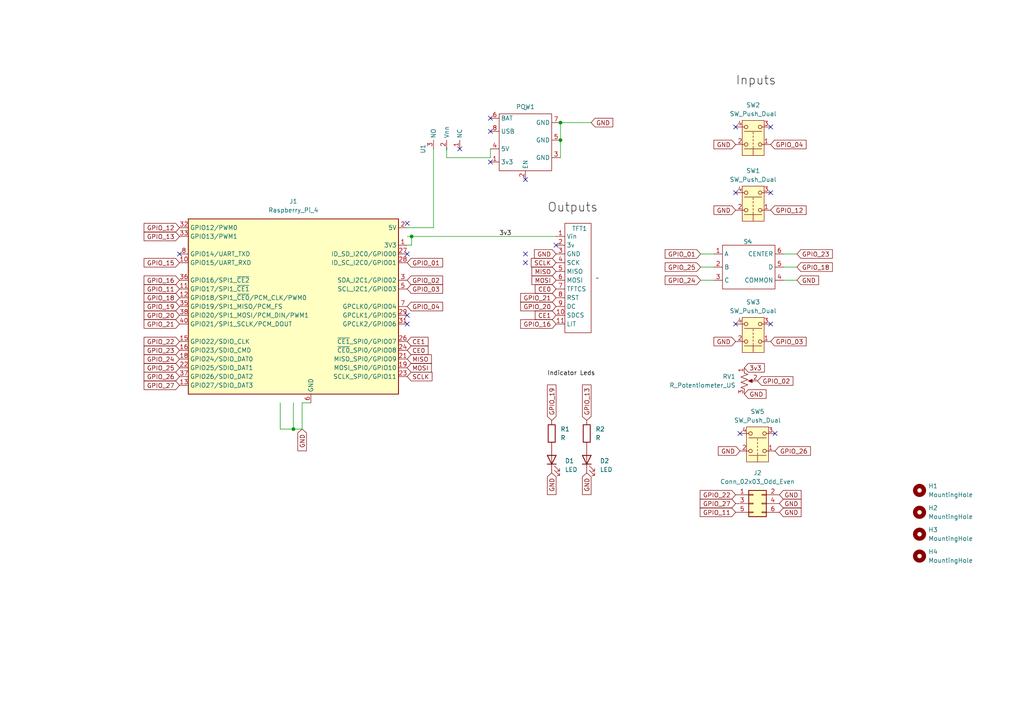
<source format=kicad_sch>
(kicad_sch (version 20250114) (generator "eeschema") (generator_version "9.0")
  (paper "A4")
  (lib_symbols
    (symbol "Connector:Raspberry_Pi_4"
      (property "Reference" "J1" (at 0 30.48 0))
      (property "Value" "Raspberry_Pi_4" (at 0 27.94 0))
      (symbol "Raspberry_Pi_4_0_1"
        (rectangle (start -30.48 25.4) (end 30.48 -25.4) (stroke (width 0.254)) (fill (type background)))
      )
      (symbol "Raspberry_Pi_4_1_1"
        (pin bidirectional line (at -33.02 22.86 0) (length 2.54) (name "GPIO12/PWM0") (number "32"))
        (pin bidirectional line (at -33.02 20.32 0) (length 2.54) (name "GPIO13/PWM1") (number "33"))
        (pin bidirectional line (at -33.02 15.24 0) (length 2.54) (name "GPIO14/UART_TXD") (number "8"))
        (pin bidirectional line (at -33.02 12.7 0) (length 2.54) (name "GPIO15/UART_RXD") (number "10"))
        (pin bidirectional line (at -33.02 7.62 0) (length 2.54) (name "GPIO16/SPI1_~{CE2}") (number "36"))
        (pin bidirectional line (at -33.02 5.08 0) (length 2.54) (name "GPIO17/SPI1_~{CE1}") (number "11"))
        (pin bidirectional line (at -33.02 2.54 0) (length 2.54) (name "GPIO18/SPI1_~{CE0}/PCM_CLK/PWM0") (number "12"))
        (pin bidirectional line (at -33.02 0 0) (length 2.54) (name "GPIO19/SPI1_MISO/PCM_FS") (number "35"))
        (pin bidirectional line (at -33.02 -2.54 0) (length 2.54) (name "GPIO20/SPI1_MOSI/PCM_DIN/PWM1") (number "38"))
        (pin bidirectional line (at -33.02 -5.08 0) (length 2.54) (name "GPIO21/SPI1_SCLK/PCM_DOUT") (number "40"))
        (pin bidirectional line (at -33.02 -10.16 0) (length 2.54) (name "GPIO22/SDIO_CLK") (number "15"))
        (pin bidirectional line (at -33.02 -12.7 0) (length 2.54) (name "GPIO23/SDIO_CMD") (number "16"))
        (pin bidirectional line (at -33.02 -15.24 0) (length 2.54) (name "GPIO24/SDIO_DAT0") (number "18"))
        (pin bidirectional line (at -33.02 -17.78 0) (length 2.54) (name "GPIO25/SDIO_DAT1") (number "22"))
        (pin bidirectional line (at -33.02 -20.32 0) (length 2.54) (name "GPIO26/SDIO_DAT2") (number "37"))
        (pin bidirectional line (at -33.02 -22.86 0) (length 2.54) (name "GPIO27/SDIO_DAT3") (number "13"))
        (pin passive line (at -3.81 -27.94 90) (length 2.54) (hide yes) (name "GND") (number "9"))
        (pin passive line (at 0 -27.94 90) (length 2.54) (hide yes) (name "GND") (number "25"))
        (pin passive line (at 5.08 -27.94 90) (length 2.54) (hide yes) (name "GND") (number "14"))
        (pin passive line (at 5.08 -27.94 90) (length 2.54) (hide yes) (name "GND") (number "20"))
        (pin passive line (at 5.08 -27.94 90) (length 2.54) (hide yes) (name "GND") (number "30"))
        (pin passive line (at 5.08 -27.94 90) (length 2.54) (hide yes) (name "GND") (number "34"))
        (pin passive line (at 5.08 -27.94 90) (length 2.54) (hide yes) (name "GND") (number "39"))
        (pin power_out line (at 5.08 -27.94 90) (length 2.54) (name "GND") (number "6"))
        (pin passive line (at 33.02 24.13 180) (length 2.54) (hide yes) (name "5V") (number "4"))
        (pin power_out line (at 33.02 22.86 180) (length 2.54) (name "5V") (number "2"))
        (pin passive line (at 33.02 20.32 180) (length 2.54) (hide yes) (name "3V3") (number "17"))
        (pin power_out line (at 33.02 17.78 180) (length 2.54) (name "3V3") (number "1"))
        (pin bidirectional line (at 33.02 15.24 180) (length 2.54) (name "ID_SD_I2C0/GPIO00") (number "27"))
        (pin bidirectional line (at 33.02 12.7 180) (length 2.54) (name "ID_SC_I2C0/GPIO01") (number "28"))
        (pin bidirectional line (at 33.02 7.62 180) (length 2.54) (name "SDA_I2C1/GPIO02") (number "3"))
        (pin bidirectional line (at 33.02 5.08 180) (length 2.54) (name "SCL_I2C1/GPIO03") (number "5"))
        (pin bidirectional line (at 33.02 0 180) (length 2.54) (name "GPCLK0/GPIO04") (number "7"))
        (pin bidirectional line (at 33.02 -2.54 180) (length 2.54) (name "GPCLK1/GPIO05") (number "29"))
        (pin bidirectional line (at 33.02 -5.08 180) (length 2.54) (name "GPCLK2/GPIO06") (number "31"))
        (pin bidirectional line (at 33.02 -10.16 180) (length 2.54) (name "~{CE1}_SPI0/GPIO07") (number "26"))
        (pin bidirectional line (at 33.02 -12.7 180) (length 2.54) (name "~{CE0}_SPI0/GPIO08") (number "24"))
        (pin bidirectional line (at 33.02 -15.24 180) (length 2.54) (name "MISO_SPI0/GPIO09") (number "21"))
        (pin bidirectional line (at 33.02 -17.78 180) (length 2.54) (name "MOSI_SPI0/GPIO10") (number "19"))
        (pin bidirectional line (at 33.02 -20.32 180) (length 2.54) (name "SCLK_SPI0/GPIO11") (number "23"))
      )
    )
    (symbol "Connector_Generic:Conn_02x03_Odd_Even" (pin_names (offset 1.016) (hide yes))
      (property "Reference" "J" (at 1.27 5.08 0))
      (property "Value" "Conn_02x03_Odd_Even" (at 1.27 -5.08 0))
      (symbol "Conn_02x03_Odd_Even_1_1"
        (rectangle (start -1.27 3.81) (end 3.81 -3.81) (stroke (width 0.254)) (fill (type background)))
        (rectangle (start -1.27 2.667) (end 0 2.413) (stroke (width 0.1524)))
        (rectangle (start -1.27 0.127) (end 0 -0.127) (stroke (width 0.1524)))
        (rectangle (start -1.27 -2.413) (end 0 -2.667) (stroke (width 0.1524)))
        (rectangle (start 3.81 2.667) (end 2.54 2.413) (stroke (width 0.1524)))
        (rectangle (start 3.81 0.127) (end 2.54 -0.127) (stroke (width 0.1524)))
        (rectangle (start 3.81 -2.413) (end 2.54 -2.667) (stroke (width 0.1524)))
        (pin passive line (at -5.08 2.54 0) (length 3.81) (name "Pin_1") (number "1"))
        (pin passive line (at -5.08 0 0) (length 3.81) (name "Pin_3") (number "3"))
        (pin passive line (at -5.08 -2.54 0) (length 3.81) (name "Pin_5") (number "5"))
        (pin passive line (at 7.62 2.54 180) (length 3.81) (name "Pin_2") (number "2"))
        (pin passive line (at 7.62 0 180) (length 3.81) (name "Pin_4") (number "4"))
        (pin passive line (at 7.62 -2.54 180) (length 3.81) (name "Pin_6") (number "6"))
      )
    )
    (symbol "Device:LED" (pin_numbers (hide yes)) (pin_names (offset 1.016) (hide yes))
      (property "Reference" "D" (at 0 2.54 0))
      (property "Value" "LED" (at 0 -2.54 0))
      (symbol "LED_0_1"
        (polyline (pts (xy -3.048 -0.762) (xy -4.572 -2.286) (xy -3.81 -2.286) (xy -4.572 -2.286) (xy -4.572 -1.524)))
        (polyline (pts (xy -1.778 -0.762) (xy -3.302 -2.286) (xy -2.54 -2.286) (xy -3.302 -2.286) (xy -3.302 -1.524)))
        (polyline (pts (xy -1.27 0) (xy 1.27 0)))
        (polyline (pts (xy -1.27 -1.27) (xy -1.27 1.27)) (stroke (width 0.254)))
        (polyline (pts (xy 1.27 -1.27) (xy 1.27 1.27) (xy -1.27 0) (xy 1.27 -1.27)) (stroke (width 0.254)))
      )
      (symbol "LED_1_1"
        (pin passive line (at -3.81 0 0) (length 2.54) (name "K") (number "1"))
        (pin passive line (at 3.81 0 180) (length 2.54) (name "A") (number "2"))
      )
    )
    (symbol "Device:R" (pin_numbers (hide yes)) (pin_names (offset 0))
      (property "Reference" "R" (at 2.032 0 90))
      (property "Value" "R" (at 0 0 90))
      (symbol "R_0_1"
        (rectangle (start -1.016 -2.54) (end 1.016 2.54) (stroke (width 0.254)))
      )
      (symbol "R_1_1"
        (pin passive line (at 0 3.81 270) (length 1.27) (name "~") (number "1"))
        (pin passive line (at 0 -3.81 90) (length 1.27) (name "~") (number "2"))
      )
    )
    (symbol "Device:R_Potentiometer_US" (pin_names (offset 1.016) (hide yes))
      (property "Reference" "RV" (at -4.445 0 90))
      (property "Value" "R_Potentiometer_US" (at -2.54 0 90))
      (symbol "R_Potentiometer_US_0_1"
        (polyline (pts (xy 0 2.54) (xy 0 2.286)))
        (polyline (pts (xy 0 2.286) (xy 1.016 1.905) (xy 0 1.524) (xy -1.016 1.143) (xy 0 0.762)))
        (polyline (pts (xy 0 0.762) (xy 1.016 0.381) (xy 0 0) (xy -1.016 -0.381) (xy 0 -0.762)))
        (polyline (pts (xy 0 -0.762) (xy 1.016 -1.143) (xy 0 -1.524) (xy -1.016 -1.905) (xy 0 -2.286)))
        (polyline (pts (xy 0 -2.286) (xy 0 -2.54)))
        (polyline (pts (xy 1.143 0) (xy 2.286 0.508) (xy 2.286 -0.508) (xy 1.143 0)) (fill (type outline)))
        (polyline (pts (xy 2.54 0) (xy 1.524 0)))
      )
      (symbol "R_Potentiometer_US_1_1"
        (pin passive line (at 0 3.81 270) (length 1.27) (name "1") (number "1"))
        (pin passive line (at 0 -3.81 90) (length 1.27) (name "3") (number "3"))
        (pin passive line (at 3.81 0 180) (length 1.27) (name "2") (number "2"))
      )
    )
    (symbol "Mechanical:MountingHole" (pin_names (offset 1.016)) (in_bom no)
      (property "Reference" "H" (at 0 5.08 0))
      (property "Value" "MountingHole" (at 0 3.175 0))
      (symbol "MountingHole_0_1"
        (circle (center 0 0) (radius 1.27) (stroke (width 1.27)))
      )
    )
    (symbol "Switch:SW_Push_Dual" (pin_names (offset 1.016) (hide yes))
      (property "Reference" "SW" (at 0 7.62 0))
      (property "Value" "SW_Push_Dual" (at 0 -6.35 0))
      (symbol "SW_Push_Dual_0_1"
        (circle (center -2.032 2.54) (radius 0.508))
        (circle (center -2.032 -2.54) (radius 0.508))
        (polyline (pts (xy 0 3.81) (xy 0 5.588)))
        (polyline (pts (xy 0 3.048) (xy 0 3.556)))
        (polyline (pts (xy 0 2.032) (xy 0 2.54)))
        (polyline (pts (xy 0 1.016) (xy 0 1.524)))
        (polyline (pts (xy 0 0.508) (xy 0 0)))
        (polyline (pts (xy 0 -0.508) (xy 0 -1.016)))
        (circle (center 2.032 2.54) (radius 0.508))
        (circle (center 2.032 -2.54) (radius 0.508))
        (polyline (pts (xy 2.54 3.81) (xy -2.54 3.81)))
        (polyline (pts (xy 2.54 -1.27) (xy -2.54 -1.27)))
        (pin passive line (at -5.08 2.54 0) (length 2.54) (name "1") (number "1"))
        (pin passive line (at -5.08 -2.54 0) (length 2.54) (name "3") (number "3"))
        (pin passive line (at 5.08 2.54 180) (length 2.54) (name "2") (number "2"))
        (pin passive line (at 5.08 -2.54 180) (length 2.54) (name "4") (number "4"))
      )
      (symbol "SW_Push_Dual_1_1"
        (rectangle (start -3.175 5.715) (end 3.175 -4.445) (fill (type background)))
      )
    )
    (symbol "camera_base:SEED_LIPO_RIDER_PLUS"
      (property "Reference" "POW1" (at 9.652 0 90))
      (property "Value" "~" (at 8.89 0 90))
      (symbol "SEED_LIPO_RIDER_PLUS_0_1"
        (rectangle (start -8.89 7.62) (end 7.62 -7.62))
      )
      (symbol "SEED_LIPO_RIDER_PLUS_1_1"
        (pin bidirectional line (at -11.43 0 0) (length 2.54) (name "EN") (number "2"))
        (pin power_out line (at -6.35 10.16 270) (length 2.54) (name "3v3") (number "1"))
        (pin power_in line (at -5.08 -10.16 90) (length 2.54) (name "GND") (number "3"))
        (pin power_in line (at -2.54 10.16 270) (length 2.54) (name "5V") (number "4"))
        (pin power_in line (at 0 -10.16 90) (length 2.54) (name "GND") (number "5"))
        (pin power_out line (at 2.54 10.16 270) (length 2.54) (name "USB") (number "8"))
        (pin power_in line (at 5.08 -10.16 90) (length 2.54) (name "GND") (number "7"))
        (pin power_out line (at 6.35 10.16 270) (length 2.54) (name "BAT") (number "6"))
      )
    )
    (symbol "camera_base:SKQUCAA010"
      (property "Reference" "U" (at 0 0 0))
      (symbol "SKQUCAA010_0_1"
        (polyline (pts (xy -6.35 6.35) (xy -6.35 -6.35) (xy 8.89 -6.35) (xy 8.89 6.35) (xy -6.35 6.35)))
      )
      (symbol "SKQUCAA010_1_1"
        (pin input line (at -8.89 3.81 0) (length 2.54) (name "A") (number "1"))
        (pin input line (at -8.89 0 0) (length 2.54) (name "B") (number "2"))
        (pin input line (at -8.89 -3.81 0) (length 2.54) (name "C") (number "3"))
        (pin input line (at 11.43 3.81 180) (length 2.54) (name "CENTER") (number "6"))
        (pin input line (at 11.43 0 180) (length 2.54) (name "D") (number "5"))
        (pin input line (at 11.43 -3.81 180) (length 2.54) (name "COMMON") (number "4"))
      )
    )
    (symbol "camera_base:SWITCH_1"
      (property "Reference" "U1" (at 0 6.858 0))
      (property "Value" "~" (at 0 0 0))
      (symbol "SWITCH_1_1_1"
        (pin power_in line (at 0 3.81 0) (length 2.54) (name "NO") (number "3"))
        (pin power_out line (at 0 0 0) (length 2.54) (name "Vnn") (number "2"))
        (pin power_in line (at 0 -3.81 0) (length 2.54) (name "NC") (number "1"))
      )
    )
    (symbol "tft_1"
      (property "Reference" "TFT" (at 2.032 -1.524 0))
      (property "Value" "~" (at 8.89 -15.875 0))
      (symbol "tft_1_0_1"
        (polyline (pts (xy 0 0) (xy 0 -31.75) (xy 7.62 -31.75) (xy 7.62 0) (xy 0 0)))
      )
      (symbol "tft_1_1_1"
        (pin input line (at -2.54 -3.81 0) (length 2.54) (name "Vin") (number "1"))
        (pin input line (at -2.54 -6.35 0) (length 2.54) (name "3v") (number "2"))
        (pin input line (at -2.54 -8.89 0) (length 2.54) (name "GND") (number "3"))
        (pin input line (at -2.54 -11.43 0) (length 2.54) (name "SCK") (number "4"))
        (pin input line (at -2.54 -13.97 0) (length 2.54) (name "MISO") (number "5"))
        (pin input line (at -2.54 -16.51 0) (length 2.54) (name "MOSI") (number "6"))
        (pin input line (at -2.54 -19.05 0) (length 2.54) (name "TFTCS") (number "7"))
        (pin input line (at -2.54 -21.59 0) (length 2.54) (name "RST") (number "8"))
        (pin input line (at -2.54 -24.13 0) (length 2.54) (name "DC") (number "9"))
        (pin input line (at -2.54 -26.67 0) (length 2.54) (name "SDCS") (number "10"))
        (pin input line (at -2.54 -29.21 0) (length 2.54) (name "LIT") (number "11"))
      )
    )
  )
  (junction (at 119.38 68.58))
  (junction (at 162.56 35.56))
  (junction (at 162.56 40.64))
  (junction (at 85.09 124.46))
  (no_connect (at 223.52 93.98))
  (no_connect (at 213.36 55.88))
  (no_connect (at 213.36 36.83))
  (no_connect (at 118.11 91.44))
  (no_connect (at 214.63 125.73))
  (no_connect (at 52.07 73.66))
  (no_connect (at 142.24 38.1))
  (no_connect (at 223.52 55.88))
  (no_connect (at 152.4 52.07))
  (no_connect (at 224.79 125.73))
  (no_connect (at 118.11 73.66))
  (no_connect (at 161.29 71.12))
  (no_connect (at 142.24 46.99))
  (no_connect (at 213.36 93.98))
  (no_connect (at 118.11 64.77))
  (no_connect (at 142.24 34.29))
  (no_connect (at 133.35 43.18))
  (no_connect (at 223.52 36.83))
  (no_connect (at 152.4 76.2))
  (no_connect (at 152.4 73.66))
  (no_connect (at 118.11 93.98))
  (wire (pts (xy 129.54 43.18) (xy 129.54 45.72)))
  (wire (pts (xy 125.73 43.18) (xy 125.73 66.04)))
  (wire (pts (xy 87.63 116.84) (xy 87.63 124.46)))
  (wire (pts (xy 85.09 116.84) (xy 85.09 124.46)))
  (wire (pts (xy 119.38 68.58) (xy 161.29 68.58)))
  (wire (pts (xy 87.63 116.84) (xy 90.17 116.84)))
  (wire (pts (xy 227.33 81.28) (xy 231.14 81.28)))
  (wire (pts (xy 129.54 45.72) (xy 142.24 45.72)))
  (wire (pts (xy 203.2 81.28) (xy 207.01 81.28)))
  (wire (pts (xy 118.11 66.04) (xy 125.73 66.04)))
  (wire (pts (xy 119.38 68.58) (xy 119.38 71.12)))
  (wire (pts (xy 203.2 73.66) (xy 207.01 73.66)))
  (wire (pts (xy 162.56 35.56) (xy 171.45 35.56)))
  (wire (pts (xy 227.33 77.47) (xy 231.14 77.47)))
  (wire (pts (xy 162.56 45.72) (xy 162.56 40.64)))
  (wire (pts (xy 118.11 68.58) (xy 119.38 68.58)))
  (wire (pts (xy 227.33 73.66) (xy 231.14 73.66)))
  (wire (pts (xy 142.24 45.72) (xy 142.24 43.18)))
  (wire (pts (xy 81.28 116.84) (xy 81.28 124.46)))
  (wire (pts (xy 85.09 124.46) (xy 87.63 124.46)))
  (wire (pts (xy 162.56 35.56) (xy 162.56 40.64)))
  (wire (pts (xy 81.28 124.46) (xy 85.09 124.46)))
  (wire (pts (xy 203.2 77.47) (xy 207.01 77.47)))
  (wire (pts (xy 118.11 71.12) (xy 119.38 71.12)))
  (label "Outputs" (at 158.75 62.23 0) (effects (font (size 2.54 2.54))))
  (label "Indicator Leds" (at 158.75 109.22 0))
  (label "3v3" (at 144.78 68.58 0))
  (label "Inputs" (at 213.36 25.4 0) (effects (font (size 2.54 2.54))))
  (global_label "GND" (shape input) (at 215.9 114.3 0) (property "Intersheetrefs" "${INTERSHEET_REFS}" (effects (hide yes))))
  (global_label "GPIO_11" (shape input) (at 52.07 83.82 180) (property "Intersheetrefs" "${INTERSHEET_REFS}" (effects (hide yes))))
  (global_label "GPIO_27" (shape input) (at 213.36 146.05 180) (property "Intersheetrefs" "${INTERSHEET_REFS}" (effects (hide yes))))
  (global_label "GND" (shape input) (at 226.06 146.05 0) (property "Intersheetrefs" "${INTERSHEET_REFS}" (effects (hide yes))))
  (global_label "GPIO_03" (shape input) (at 118.11 83.82 0) (property "Intersheetrefs" "${INTERSHEET_REFS}" (effects (hide yes))))
  (global_label "GPIO_12" (shape input) (at 52.07 66.04 180) (property "Intersheetrefs" "${INTERSHEET_REFS}" (effects (hide yes))))
  (global_label "MISO" (shape input) (at 118.11 104.14 0) (property "Intersheetrefs" "${INTERSHEET_REFS}" (effects (hide yes))))
  (global_label "GPIO_13" (shape input) (at 52.07 68.58 180) (property "Intersheetrefs" "${INTERSHEET_REFS}" (effects (hide yes))))
  (global_label "MOSI" (shape input) (at 161.29 81.28 180) (property "Intersheetrefs" "${INTERSHEET_REFS}" (effects (hide yes))))
  (global_label "GPIO_18" (shape input) (at 52.07 86.36 180) (property "Intersheetrefs" "${INTERSHEET_REFS}" (effects (hide yes))))
  (global_label "GPIO_04" (shape input) (at 118.11 88.9 0) (property "Intersheetrefs" "${INTERSHEET_REFS}" (effects (hide yes))))
  (global_label "GPIO_24" (shape input) (at 52.07 104.14 180) (property "Intersheetrefs" "${INTERSHEET_REFS}" (effects (hide yes))))
  (global_label "GPIO_19" (shape input) (at 160.02 121.92 90) (property "Intersheetrefs" "${INTERSHEET_REFS}" (effects (hide yes))))
  (global_label "GND" (shape input) (at 171.45 35.56 0) (property "Intersheetrefs" "${INTERSHEET_REFS}" (effects (hide yes))))
  (global_label "GND" (shape input) (at 214.63 130.81 180) (property "Intersheetrefs" "${INTERSHEET_REFS}" (effects (hide yes))))
  (global_label "GPIO_22" (shape input) (at 52.07 99.06 180) (property "Intersheetrefs" "${INTERSHEET_REFS}" (effects (hide yes))))
  (global_label "GPIO_15" (shape input) (at 52.07 76.2 180) (property "Intersheetrefs" "${INTERSHEET_REFS}" (effects (hide yes))))
  (global_label "GND" (shape input) (at 213.36 41.91 180) (property "Intersheetrefs" "${INTERSHEET_REFS}" (effects (hide yes))))
  (global_label "GPIO_11" (shape input) (at 213.36 148.59 180) (property "Intersheetrefs" "${INTERSHEET_REFS}" (effects (hide yes))))
  (global_label "GPIO_13" (shape input) (at 170.18 121.92 90) (property "Intersheetrefs" "${INTERSHEET_REFS}" (effects (hide yes))))
  (global_label "GPIO_12" (shape input) (at 223.52 60.96 0) (property "Intersheetrefs" "${INTERSHEET_REFS}" (effects (hide yes))))
  (global_label "MISO" (shape input) (at 161.29 78.74 180) (property "Intersheetrefs" "${INTERSHEET_REFS}" (effects (hide yes))))
  (global_label "GPIO_23" (shape input) (at 52.07 101.6 180) (property "Intersheetrefs" "${INTERSHEET_REFS}" (effects (hide yes))))
  (global_label "GPIO_27" (shape input) (at 52.07 111.76 180) (property "Intersheetrefs" "${INTERSHEET_REFS}" (effects (hide yes))))
  (global_label "GPIO_02" (shape input) (at 118.11 81.28 0) (property "Intersheetrefs" "${INTERSHEET_REFS}" (effects (hide yes))))
  (global_label "GPIO_20" (shape input) (at 52.07 91.44 180) (property "Intersheetrefs" "${INTERSHEET_REFS}" (effects (hide yes))))
  (global_label "GND" (shape input) (at 226.06 148.59 0) (property "Intersheetrefs" "${INTERSHEET_REFS}" (effects (hide yes))))
  (global_label "GPIO_01" (shape input) (at 203.2 73.66 180) (property "Intersheetrefs" "${INTERSHEET_REFS}" (effects (hide yes))))
  (global_label "GPIO_26" (shape input) (at 52.07 109.22 180) (property "Intersheetrefs" "${INTERSHEET_REFS}" (effects (hide yes))))
  (global_label "CE0" (shape input) (at 161.29 83.82 180) (property "Intersheetrefs" "${INTERSHEET_REFS}" (effects (hide yes))))
  (global_label "GPIO_23" (shape input) (at 231.14 73.66 0) (property "Intersheetrefs" "${INTERSHEET_REFS}" (effects (hide yes))))
  (global_label "GPIO_22" (shape input) (at 213.36 143.51 180) (property "Intersheetrefs" "${INTERSHEET_REFS}" (effects (hide yes))))
  (global_label "GPIO_25" (shape input) (at 203.2 77.47 180) (property "Intersheetrefs" "${INTERSHEET_REFS}" (effects (hide yes))))
  (global_label "GPIO_20" (shape input) (at 161.29 88.9 180) (property "Intersheetrefs" "${INTERSHEET_REFS}" (effects (hide yes))))
  (global_label "GPIO_24" (shape input) (at 203.2 81.28 180) (property "Intersheetrefs" "${INTERSHEET_REFS}" (effects (hide yes))))
  (global_label "GND" (shape input) (at 87.63 124.46 270) (property "Intersheetrefs" "${INTERSHEET_REFS}" (effects (hide yes))))
  (global_label "GPIO_02" (shape input) (at 219.71 110.49 0) (property "Intersheetrefs" "${INTERSHEET_REFS}" (effects (hide yes))))
  (global_label "GPIO_25" (shape input) (at 52.07 106.68 180) (property "Intersheetrefs" "${INTERSHEET_REFS}" (effects (hide yes))))
  (global_label "CE1" (shape input) (at 118.11 99.06 0) (property "Intersheetrefs" "${INTERSHEET_REFS}" (effects (hide yes))))
  (global_label "GPIO_21" (shape input) (at 161.29 86.36 180) (property "Intersheetrefs" "${INTERSHEET_REFS}" (effects (hide yes))))
  (global_label "GND" (shape input) (at 170.18 137.16 270) (property "Intersheetrefs" "${INTERSHEET_REFS}" (effects (hide yes))))
  (global_label "GPIO_16" (shape input) (at 161.29 93.98 180) (property "Intersheetrefs" "${INTERSHEET_REFS}" (effects (hide yes))))
  (global_label "GPIO_19" (shape input) (at 52.07 88.9 180) (property "Intersheetrefs" "${INTERSHEET_REFS}" (effects (hide yes))))
  (global_label "3v3" (shape input) (at 215.9 106.68 0) (property "Intersheetrefs" "${INTERSHEET_REFS}" (effects (hide yes))))
  (global_label "MOSI" (shape input) (at 118.11 106.68 0) (property "Intersheetrefs" "${INTERSHEET_REFS}" (effects (hide yes))))
  (global_label "GND" (shape input) (at 231.14 81.28 0) (property "Intersheetrefs" "${INTERSHEET_REFS}" (effects (hide yes))))
  (global_label "GPIO_16" (shape input) (at 52.07 81.28 180) (property "Intersheetrefs" "${INTERSHEET_REFS}" (effects (hide yes))))
  (global_label "GND" (shape input) (at 213.36 99.06 180) (property "Intersheetrefs" "${INTERSHEET_REFS}" (effects (hide yes))))
  (global_label "GPIO_21" (shape input) (at 52.07 93.98 180) (property "Intersheetrefs" "${INTERSHEET_REFS}" (effects (hide yes))))
  (global_label "CE0" (shape input) (at 118.11 101.6 0) (property "Intersheetrefs" "${INTERSHEET_REFS}" (effects (hide yes))))
  (global_label "GPIO_01" (shape input) (at 118.11 76.2 0) (property "Intersheetrefs" "${INTERSHEET_REFS}" (effects (hide yes))))
  (global_label "SCLK" (shape input) (at 161.29 76.2 180) (property "Intersheetrefs" "${INTERSHEET_REFS}" (effects (hide yes))))
  (global_label "GND" (shape input) (at 160.02 137.16 270) (property "Intersheetrefs" "${INTERSHEET_REFS}" (effects (hide yes))))
  (global_label "GPIO_18" (shape input) (at 231.14 77.47 0) (property "Intersheetrefs" "${INTERSHEET_REFS}" (effects (hide yes))))
  (global_label "GND" (shape input) (at 213.36 60.96 180) (property "Intersheetrefs" "${INTERSHEET_REFS}" (effects (hide yes))))
  (global_label "GPIO_26" (shape input) (at 224.79 130.81 0) (property "Intersheetrefs" "${INTERSHEET_REFS}" (effects (hide yes))))
  (global_label "GND" (shape input) (at 161.29 73.66 180) (property "Intersheetrefs" "${INTERSHEET_REFS}" (effects (hide yes))))
  (global_label "CE1" (shape input) (at 161.29 91.44 180) (property "Intersheetrefs" "${INTERSHEET_REFS}" (effects (hide yes))))
  (global_label "GPIO_03" (shape input) (at 223.52 99.06 0) (property "Intersheetrefs" "${INTERSHEET_REFS}" (effects (hide yes))))
  (global_label "SCLK" (shape input) (at 118.11 109.22 0) (property "Intersheetrefs" "${INTERSHEET_REFS}" (effects (hide yes))))
  (global_label "GPIO_04" (shape input) (at 223.52 41.91 0) (property "Intersheetrefs" "${INTERSHEET_REFS}" (effects (hide yes))))
  (global_label "GND" (shape input) (at 226.06 143.51 0) (property "Intersheetrefs" "${INTERSHEET_REFS}" (effects (hide yes))))
  (symbol (lib_id "Device:LED") (at 160.02 133.35 90) (unit 1)
    (property "Reference" "D1" (at 163.83 133.6674 90) (effects (justify right)))
    (property "Value" "LED" (at 163.83 136.2074 90) (effects (justify right)))
    (property "Footprint" "LED_THT:LED_D3.0mm" (effects (hide yes)))
    (property "Description" "Light emitting diode" (effects (hide yes)))
    (property "Sim.Pins" "1=K 2=A" (effects (hide yes)))
  )
  (symbol (lib_id "Device:R") (at 160.02 125.73 0) (unit 1)
    (property "Reference" "R1" (at 162.56 124.4599 0) (effects (justify left)))
    (property "Value" "R" (at 162.56 126.9999 0) (effects (justify left)))
    (property "Footprint" "Resistor_THT:R_Axial_DIN0204_L3.6mm_D1.6mm_P5.08mm_Vertical" (effects (hide yes)))
    (property "Description" "Resistor" (effects (hide yes)))
  )
  (symbol (lib_id "Switch:SW_Push_Dual") (at 219.71 128.27 180) (unit 1)
    (property "Reference" "SW5" (at 219.71 119.38 0))
    (property "Value" "SW_Push_Dual" (at 219.71 121.92 0))
    (property "Footprint" "camera_base:PUSH_BUTTON_12mm" (effects (hide yes)))
    (property "Description" "Push button switch, generic, symbol, four pins" (effects (hide yes)))
  )
  (symbol (lib_id "camera_base:SKQUCAA010") (at 215.9 77.47 0) (unit 1)
    (property "Reference" "S4" (at 216.916 70.104 0))
    (property "Value" "~" (at 217.17 69.85 0))
    (property "Footprint" "camera_base:5D_Button" (effects (hide yes)))
  )
  (symbol (lib_id "Mechanical:MountingHole") (at 266.7 154.94 0) (unit 1) (in_bom no)
    (property "Reference" "H3" (at 269.24 153.6699 0) (effects (justify left)))
    (property "Value" "MountingHole" (at 269.24 156.2099 0) (effects (justify left)))
    (property "Footprint" "MountingHole:MountingHole_2.7mm_M2.5" (effects (hide yes)))
    (property "Description" "Mounting Hole without connection" (effects (hide yes)))
  )
  (symbol (lib_id "camera_base:SEED_LIPO_RIDER_PLUS") (at 152.4 40.64 90) (unit 1)
    (property "Reference" "POW1" (at 152.4 30.988 90))
    (property "Value" "~" (at 152.4 31.75 90))
    (property "Footprint" "camera_base:SEED Studio LIPO Rider Plus" (effects (hide yes)))
  )
  (symbol (lib_name "tft_1") (lib_id "camera_base:tft") (at 163.83 64.77 0) (unit 1)
    (property "Reference" "TFT1" (at 165.862 66.294 0) (effects (justify left)))
    (property "Value" "~" (at 172.72 80.645 0) (effects (justify left)))
    (property "Footprint" "camera_base:TFT 1.14" (effects (hide yes)))
  )
  (symbol (lib_id "Device:R") (at 170.18 125.73 0) (unit 1)
    (property "Reference" "R2" (at 172.72 124.4599 0) (effects (justify left)))
    (property "Value" "R" (at 172.72 126.9999 0) (effects (justify left)))
    (property "Footprint" "Resistor_THT:R_Axial_DIN0204_L3.6mm_D1.6mm_P5.08mm_Vertical" (effects (hide yes)))
    (property "Description" "Resistor" (effects (hide yes)))
  )
  (symbol (lib_id "Switch:SW_Push_Dual") (at 218.44 96.52 180) (unit 1)
    (property "Reference" "SW3" (at 218.44 87.63 0))
    (property "Value" "SW_Push_Dual" (at 218.44 90.17 0))
    (property "Footprint" "camera_base:PUSH_BUTTON_12mm" (effects (hide yes)))
    (property "Description" "Push button switch, generic, symbol, four pins" (effects (hide yes)))
  )
  (symbol (lib_id "Device:LED") (at 170.18 133.35 90) (unit 1)
    (property "Reference" "D2" (at 173.99 133.6674 90) (effects (justify right)))
    (property "Value" "LED" (at 173.99 136.2074 90) (effects (justify right)))
    (property "Footprint" "LED_THT:LED_D3.0mm" (effects (hide yes)))
    (property "Description" "Light emitting diode" (effects (hide yes)))
    (property "Sim.Pins" "1=K 2=A" (effects (hide yes)))
  )
  (symbol (lib_id "Device:R_Potentiometer_US") (at 215.9 110.49 0) (unit 1)
    (property "Reference" "RV1" (at 213.36 109.2199 0) (effects (justify right)))
    (property "Value" "R_Potentiometer_US" (at 213.36 111.7599 0) (effects (justify right)))
    (property "Footprint" "Potentiometer_THT:Potentiometer_Alps_RK163_Single_Horizontal" (effects (hide yes)))
    (property "Description" "Potentiometer, US symbol" (effects (hide yes)))
  )
  (symbol (lib_id "Mechanical:MountingHole") (at 266.7 142.24 0) (unit 1) (in_bom no)
    (property "Reference" "H1" (at 269.24 140.9699 0) (effects (justify left)))
    (property "Value" "MountingHole" (at 269.24 143.5099 0) (effects (justify left)))
    (property "Footprint" "MountingHole:MountingHole_2.7mm_M2.5" (effects (hide yes)))
    (property "Description" "Mounting Hole without connection" (effects (hide yes)))
  )
  (symbol (lib_id "Mechanical:MountingHole") (at 266.7 161.29 0) (unit 1) (in_bom no)
    (property "Reference" "H4" (at 269.24 160.0199 0) (effects (justify left)))
    (property "Value" "MountingHole" (at 269.24 162.5599 0) (effects (justify left)))
    (property "Footprint" "MountingHole:MountingHole_2.7mm_M2.5" (effects (hide yes)))
    (property "Description" "Mounting Hole without connection" (effects (hide yes)))
  )
  (symbol (lib_id "Switch:SW_Push_Dual") (at 218.44 39.37 180) (unit 1)
    (property "Reference" "SW2" (at 218.44 30.48 0))
    (property "Value" "SW_Push_Dual" (at 218.44 33.02 0))
    (property "Footprint" "camera_base:PUSH_BUTTON_12mm" (effects (hide yes)))
    (property "Description" "Push button switch, generic, symbol, four pins" (effects (hide yes)))
  )
  (symbol (lib_id "Connector:Raspberry_Pi_4") (at 85.09 88.9 0) (unit 1)
    (property "Reference" "J1" (at 85.09 58.42 0))
    (property "Value" "Raspberry_Pi_4" (at 85.09 60.96 0))
    (property "Footprint" "RASPBERRY_PI_ZERO_2_W:MODULE_RASPBERRY_PI_ZERO_2_W" (effects (hide yes)))
    (property "Datasheet" "https://datasheets.raspberrypi.com/rpi4/raspberry-pi-4-datasheet.pdf" (effects (hide yes)))
    (property "Description" "Raspberry Pi 4 Model B" (effects (hide yes)))
  )
  (symbol (lib_id "Mechanical:MountingHole") (at 266.7 148.59 0) (unit 1) (in_bom no)
    (property "Reference" "H2" (at 269.24 147.3199 0) (effects (justify left)))
    (property "Value" "MountingHole" (at 269.24 149.8599 0) (effects (justify left)))
    (property "Footprint" "MountingHole:MountingHole_2.7mm_M2.5" (effects (hide yes)))
    (property "Description" "Mounting Hole without connection" (effects (hide yes)))
  )
  (symbol (lib_id "camera_base:SWITCH_1") (at 129.54 43.18 90) (unit 1)
    (property "Reference" "U1" (at 122.682 43.18 0))
    (property "Value" "~" (at 129.54 43.18 0))
    (property "Footprint" "camera_base:switch" (effects (hide yes)))
  )
  (symbol (lib_id "Connector_Generic:Conn_02x03_Odd_Even") (at 218.44 146.05 0) (unit 1)
    (property "Reference" "J2" (at 219.71 137.16 0))
    (property "Value" "Conn_02x03_Odd_Even" (at 219.71 139.7 0))
    (property "Footprint" "Connector_PinHeader_2.54mm:PinHeader_2x03_P2.54mm_Vertical" (effects (hide yes)))
    (property "Description" "Generic connector, double row, 02x03, odd/even pin numbering scheme (row 1 odd numbers, row 2 even numbers), script generated (kicad-library-utils/schlib/autogen/connector/)" (effects (hide yes)))
  )
  (symbol (lib_id "Switch:SW_Push_Dual") (at 218.44 58.42 180) (unit 1)
    (property "Reference" "SW1" (at 218.44 49.53 0))
    (property "Value" "SW_Push_Dual" (at 218.44 52.07 0))
    (property "Footprint" "camera_base:PUSH_BUTTON_12mm" (effects (hide yes)))
    (property "Description" "Push button switch, generic, symbol, four pins" (effects (hide yes)))
  )
)
</source>
